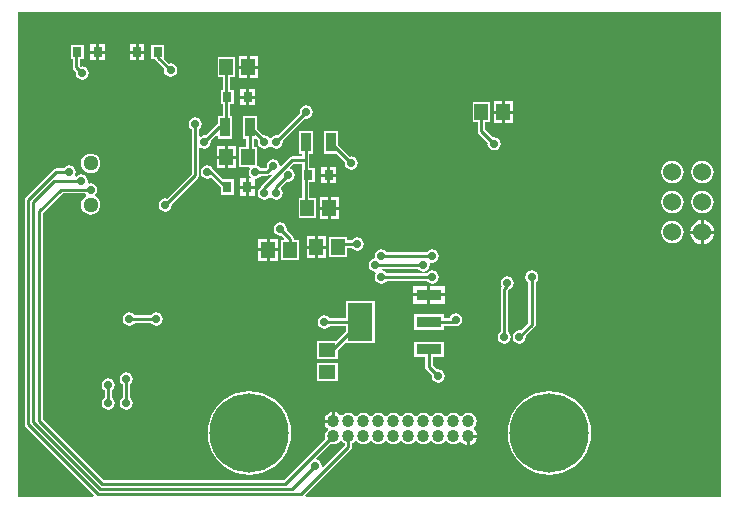
<source format=gbl>
G04 Layer_Physical_Order=2*
G04 Layer_Color=16711680*
%FSLAX24Y24*%
%MOIN*%
G70*
G01*
G75*
%ADD12R,0.0295X0.0354*%
%ADD21C,0.0100*%
%ADD22C,0.0512*%
%ADD23C,0.0406*%
%ADD24C,0.0600*%
%ADD25C,0.0290*%
%ADD26C,0.2640*%
%ADD27R,0.0453X0.0551*%
%ADD28R,0.0315X0.0374*%
%ADD29R,0.0846X0.0374*%
%ADD30R,0.0846X0.1280*%
%ADD31R,0.0335X0.0630*%
%ADD32R,0.0551X0.0453*%
G36*
X10980Y2038D02*
X11005Y2005D01*
X11062Y1962D01*
X11078Y1955D01*
Y1893D01*
X10362Y1177D01*
X10359Y1179D01*
X10318Y1204D01*
X10303Y1284D01*
X10255Y1355D01*
X10184Y1403D01*
X10153Y1409D01*
X10136Y1463D01*
X10613Y1940D01*
X10629Y1934D01*
X10700Y1925D01*
X10771Y1934D01*
X10838Y1962D01*
X10895Y2005D01*
X10920Y2038D01*
X10920Y2039D01*
X10980D01*
X10980Y2038D01*
D02*
G37*
G36*
X23627Y173D02*
X9775D01*
X9754Y223D01*
X11287Y1756D01*
X11313Y1795D01*
X11322Y1842D01*
Y1955D01*
X11338Y1962D01*
X11395Y2005D01*
X11420Y2038D01*
X11420Y2039D01*
X11480D01*
X11480Y2038D01*
X11505Y2005D01*
X11562Y1962D01*
X11629Y1934D01*
X11700Y1925D01*
X11771Y1934D01*
X11838Y1962D01*
X11895Y2005D01*
X11920Y2038D01*
X11920Y2039D01*
X11980D01*
X11980Y2038D01*
X12005Y2005D01*
X12062Y1962D01*
X12129Y1934D01*
X12200Y1925D01*
X12271Y1934D01*
X12338Y1962D01*
X12395Y2005D01*
X12420Y2038D01*
X12420Y2039D01*
X12480D01*
X12480Y2038D01*
X12505Y2005D01*
X12562Y1962D01*
X12629Y1934D01*
X12700Y1925D01*
X12771Y1934D01*
X12838Y1962D01*
X12895Y2005D01*
X12920Y2038D01*
X12920Y2039D01*
X12980D01*
X12980Y2038D01*
X13005Y2005D01*
X13062Y1962D01*
X13129Y1934D01*
X13200Y1925D01*
X13271Y1934D01*
X13338Y1962D01*
X13395Y2005D01*
X13420Y2038D01*
X13420Y2039D01*
X13480D01*
X13480Y2038D01*
X13505Y2005D01*
X13562Y1962D01*
X13629Y1934D01*
X13700Y1925D01*
X13771Y1934D01*
X13838Y1962D01*
X13895Y2005D01*
X13920Y2038D01*
X13920Y2039D01*
X13980D01*
X13980Y2038D01*
X14005Y2005D01*
X14062Y1962D01*
X14129Y1934D01*
X14200Y1925D01*
X14271Y1934D01*
X14338Y1962D01*
X14395Y2005D01*
X14420Y2038D01*
X14420Y2039D01*
X14480D01*
X14480Y2038D01*
X14505Y2005D01*
X14562Y1962D01*
X14629Y1934D01*
X14700Y1925D01*
X14771Y1934D01*
X14838Y1962D01*
X14895Y2005D01*
X14900Y2012D01*
X14963D01*
X14984Y1984D01*
X15047Y1935D01*
X15121Y1905D01*
X15150Y1901D01*
Y2200D01*
X15200D01*
Y2250D01*
X15499D01*
X15495Y2279D01*
X15465Y2353D01*
X15416Y2416D01*
X15388Y2437D01*
Y2500D01*
X15395Y2505D01*
X15438Y2562D01*
X15466Y2629D01*
X15475Y2700D01*
X15466Y2771D01*
X15438Y2838D01*
X15395Y2895D01*
X15338Y2938D01*
X15271Y2966D01*
X15200Y2975D01*
X15129Y2966D01*
X15062Y2938D01*
X15005Y2895D01*
X14980Y2862D01*
X14980Y2861D01*
X14920D01*
X14920Y2862D01*
X14895Y2895D01*
X14838Y2938D01*
X14771Y2966D01*
X14700Y2975D01*
X14629Y2966D01*
X14562Y2938D01*
X14505Y2895D01*
X14480Y2862D01*
X14480Y2861D01*
X14420D01*
X14420Y2862D01*
X14395Y2895D01*
X14338Y2938D01*
X14271Y2966D01*
X14200Y2975D01*
X14129Y2966D01*
X14062Y2938D01*
X14005Y2895D01*
X13980Y2862D01*
X13980Y2861D01*
X13920D01*
X13920Y2862D01*
X13895Y2895D01*
X13838Y2938D01*
X13771Y2966D01*
X13700Y2975D01*
X13629Y2966D01*
X13562Y2938D01*
X13505Y2895D01*
X13480Y2862D01*
X13480Y2861D01*
X13420D01*
X13420Y2862D01*
X13395Y2895D01*
X13338Y2938D01*
X13271Y2966D01*
X13200Y2975D01*
X13129Y2966D01*
X13062Y2938D01*
X13005Y2895D01*
X12980Y2862D01*
X12980Y2861D01*
X12920D01*
X12920Y2862D01*
X12895Y2895D01*
X12838Y2938D01*
X12771Y2966D01*
X12700Y2975D01*
X12629Y2966D01*
X12562Y2938D01*
X12505Y2895D01*
X12480Y2862D01*
X12480Y2861D01*
X12420D01*
X12420Y2862D01*
X12395Y2895D01*
X12338Y2938D01*
X12271Y2966D01*
X12200Y2975D01*
X12129Y2966D01*
X12062Y2938D01*
X12005Y2895D01*
X11980Y2862D01*
X11980Y2861D01*
X11920D01*
X11920Y2862D01*
X11895Y2895D01*
X11838Y2938D01*
X11771Y2966D01*
X11700Y2975D01*
X11629Y2966D01*
X11562Y2938D01*
X11505Y2895D01*
X11480Y2862D01*
X11480Y2861D01*
X11420D01*
X11420Y2862D01*
X11395Y2895D01*
X11338Y2938D01*
X11271Y2966D01*
X11200Y2975D01*
X11129Y2966D01*
X11062Y2938D01*
X11005Y2895D01*
X11000Y2888D01*
X10937D01*
X10916Y2916D01*
X10853Y2965D01*
X10779Y2995D01*
X10750Y2999D01*
Y2700D01*
X10700D01*
Y2650D01*
X10401D01*
X10405Y2621D01*
X10435Y2547D01*
X10484Y2484D01*
X10512Y2463D01*
Y2400D01*
X10505Y2395D01*
X10462Y2338D01*
X10434Y2271D01*
X10425Y2200D01*
X10434Y2129D01*
X10440Y2113D01*
X9049Y722D01*
X3051D01*
X1022Y2751D01*
Y9639D01*
X1671Y10288D01*
X2428D01*
X2453Y10258D01*
X2455Y10255D01*
X2456Y10254D01*
X2461Y10249D01*
X2456Y10201D01*
X2442Y10196D01*
X2374Y10143D01*
X2322Y10075D01*
X2289Y9996D01*
X2278Y9911D01*
X2289Y9826D01*
X2322Y9747D01*
X2374Y9679D01*
X2442Y9626D01*
X2522Y9594D01*
X2607Y9582D01*
X2692Y9594D01*
X2771Y9626D01*
X2839Y9679D01*
X2891Y9747D01*
X2924Y9826D01*
X2935Y9911D01*
X2924Y9996D01*
X2891Y10075D01*
X2839Y10143D01*
X2771Y10196D01*
X2762Y10200D01*
X2757Y10249D01*
X2765Y10255D01*
X2813Y10326D01*
X2829Y10410D01*
X2813Y10494D01*
X2765Y10565D01*
X2694Y10613D01*
X2610Y10629D01*
X2554Y10618D01*
X2511Y10658D01*
X2519Y10700D01*
X2503Y10784D01*
X2455Y10855D01*
X2384Y10903D01*
X2300Y10919D01*
X2216Y10903D01*
X2145Y10855D01*
X2142Y10850D01*
X2119Y10851D01*
X2094Y10903D01*
X2103Y10916D01*
X2119Y11000D01*
X2103Y11084D01*
X2055Y11155D01*
X1984Y11203D01*
X1900Y11219D01*
X1816Y11203D01*
X1745Y11155D01*
X1723Y11122D01*
X1460D01*
X1413Y11113D01*
X1373Y11087D01*
X443Y10157D01*
X417Y10117D01*
X408Y10070D01*
Y2589D01*
X417Y2542D01*
X443Y2503D01*
X2723Y223D01*
X2702Y173D01*
X173D01*
Y16327D01*
X23627D01*
Y173D01*
D02*
G37*
%LPC*%
G36*
X10086Y8876D02*
X9809D01*
Y8550D01*
X10086D01*
Y8876D01*
D02*
G37*
G36*
X8848Y8781D02*
X8572D01*
Y8455D01*
X8848D01*
Y8781D01*
D02*
G37*
G36*
X22950Y8950D02*
X22603D01*
X22610Y8896D01*
X22651Y8798D01*
X22715Y8715D01*
X22798Y8651D01*
X22896Y8610D01*
X22950Y8603D01*
Y8950D01*
D02*
G37*
G36*
X10462Y8876D02*
X10186D01*
Y8550D01*
X10462D01*
Y8876D01*
D02*
G37*
G36*
X8472Y8781D02*
X8195D01*
Y8455D01*
X8472D01*
Y8781D01*
D02*
G37*
G36*
X10462Y8450D02*
X10186D01*
Y8124D01*
X10462D01*
Y8450D01*
D02*
G37*
G36*
X14000Y8419D02*
X13916Y8403D01*
X13845Y8355D01*
X13823Y8322D01*
X12477D01*
X12455Y8355D01*
X12384Y8403D01*
X12300Y8419D01*
X12216Y8403D01*
X12145Y8355D01*
X12097Y8284D01*
X12081Y8200D01*
X12097Y8119D01*
X12016Y8103D01*
X11945Y8055D01*
X11897Y7984D01*
X11881Y7900D01*
X11897Y7816D01*
X11945Y7745D01*
X12016Y7697D01*
X12100Y7681D01*
X12102Y7681D01*
X12132Y7636D01*
X12097Y7584D01*
X12081Y7500D01*
X12097Y7416D01*
X12145Y7345D01*
X12216Y7297D01*
X12300Y7281D01*
X12384Y7297D01*
X12455Y7345D01*
X12477Y7378D01*
X13823D01*
X13845Y7345D01*
X13916Y7297D01*
X14000Y7281D01*
X14084Y7297D01*
X14155Y7345D01*
X14203Y7416D01*
X14219Y7500D01*
X14203Y7584D01*
X14155Y7655D01*
X14084Y7703D01*
X14000Y7719D01*
X13916Y7703D01*
X13845Y7655D01*
X13823Y7622D01*
X12477D01*
X12455Y7655D01*
X12384Y7703D01*
X12340Y7711D01*
X12313Y7768D01*
X12318Y7778D01*
X13523D01*
X13545Y7745D01*
X13616Y7697D01*
X13700Y7681D01*
X13784Y7697D01*
X13855Y7745D01*
X13903Y7816D01*
X13919Y7900D01*
X13910Y7948D01*
X13952Y7990D01*
X14000Y7981D01*
X14084Y7997D01*
X14155Y8045D01*
X14203Y8116D01*
X14219Y8200D01*
X14203Y8284D01*
X14155Y8355D01*
X14084Y8403D01*
X14000Y8419D01*
D02*
G37*
G36*
X10086Y8450D02*
X9809D01*
Y8124D01*
X10086D01*
Y8450D01*
D02*
G37*
G36*
X11161Y8846D02*
X10568D01*
Y8154D01*
X11161D01*
Y8478D01*
X11323D01*
X11345Y8445D01*
X11416Y8397D01*
X11500Y8381D01*
X11584Y8397D01*
X11655Y8445D01*
X11703Y8516D01*
X11719Y8600D01*
X11703Y8684D01*
X11655Y8755D01*
X11584Y8803D01*
X11500Y8819D01*
X11416Y8803D01*
X11345Y8755D01*
X11323Y8722D01*
X11161D01*
Y8846D01*
D02*
G37*
G36*
X23397Y8950D02*
X23050D01*
Y8603D01*
X23104Y8610D01*
X23202Y8651D01*
X23285Y8715D01*
X23349Y8798D01*
X23390Y8896D01*
X23397Y8950D01*
D02*
G37*
G36*
X23000Y10373D02*
X22903Y10360D01*
X22813Y10323D01*
X22736Y10264D01*
X22677Y10187D01*
X22640Y10097D01*
X22627Y10000D01*
X22640Y9903D01*
X22677Y9813D01*
X22736Y9736D01*
X22813Y9677D01*
X22903Y9640D01*
X23000Y9627D01*
X23097Y9640D01*
X23187Y9677D01*
X23264Y9736D01*
X23323Y9813D01*
X23360Y9903D01*
X23373Y10000D01*
X23360Y10097D01*
X23323Y10187D01*
X23264Y10264D01*
X23187Y10323D01*
X23097Y10360D01*
X23000Y10373D01*
D02*
G37*
G36*
X22000D02*
X21903Y10360D01*
X21813Y10323D01*
X21736Y10264D01*
X21677Y10187D01*
X21640Y10097D01*
X21627Y10000D01*
X21640Y9903D01*
X21677Y9813D01*
X21736Y9736D01*
X21813Y9677D01*
X21903Y9640D01*
X22000Y9627D01*
X22097Y9640D01*
X22187Y9677D01*
X22264Y9736D01*
X22323Y9813D01*
X22360Y9903D01*
X22373Y10000D01*
X22360Y10097D01*
X22323Y10187D01*
X22264Y10264D01*
X22187Y10323D01*
X22097Y10360D01*
X22000Y10373D01*
D02*
G37*
G36*
X10891Y10176D02*
X10614D01*
Y9850D01*
X10891D01*
Y10176D01*
D02*
G37*
G36*
X10514D02*
X10238D01*
Y9850D01*
X10514D01*
Y10176D01*
D02*
G37*
G36*
X10891Y9750D02*
X10614D01*
Y9424D01*
X10891D01*
Y9750D01*
D02*
G37*
G36*
X22950Y9397D02*
X22896Y9390D01*
X22798Y9349D01*
X22715Y9285D01*
X22651Y9202D01*
X22610Y9104D01*
X22603Y9050D01*
X22950D01*
Y9397D01*
D02*
G37*
G36*
X22000Y9373D02*
X21903Y9360D01*
X21813Y9323D01*
X21736Y9264D01*
X21677Y9187D01*
X21640Y9097D01*
X21627Y9000D01*
X21640Y8903D01*
X21677Y8813D01*
X21736Y8736D01*
X21813Y8677D01*
X21903Y8640D01*
X22000Y8627D01*
X22097Y8640D01*
X22187Y8677D01*
X22264Y8736D01*
X22323Y8813D01*
X22360Y8903D01*
X22373Y9000D01*
X22360Y9097D01*
X22323Y9187D01*
X22264Y9264D01*
X22187Y9323D01*
X22097Y9360D01*
X22000Y9373D01*
D02*
G37*
G36*
X10514Y9750D02*
X10238D01*
Y9424D01*
X10514D01*
Y9750D01*
D02*
G37*
G36*
X23050Y9397D02*
Y9050D01*
X23397D01*
X23390Y9104D01*
X23349Y9202D01*
X23285Y9285D01*
X23202Y9349D01*
X23104Y9390D01*
X23050Y9397D01*
D02*
G37*
G36*
X14375Y5351D02*
X13389D01*
Y4837D01*
X13760D01*
Y4518D01*
X13769Y4471D01*
X13796Y4431D01*
X13988Y4239D01*
X13981Y4200D01*
X13997Y4116D01*
X14045Y4045D01*
X14116Y3997D01*
X14200Y3981D01*
X14284Y3997D01*
X14355Y4045D01*
X14403Y4116D01*
X14419Y4200D01*
X14403Y4284D01*
X14355Y4355D01*
X14284Y4403D01*
X14200Y4419D01*
X14161Y4412D01*
X14004Y4569D01*
Y4837D01*
X14375D01*
Y5351D01*
D02*
G37*
G36*
X3800Y4319D02*
X3716Y4303D01*
X3645Y4255D01*
X3597Y4184D01*
X3581Y4100D01*
X3597Y4016D01*
X3645Y3945D01*
X3678Y3923D01*
Y3477D01*
X3645Y3455D01*
X3597Y3384D01*
X3581Y3300D01*
X3597Y3216D01*
X3645Y3145D01*
X3716Y3097D01*
X3800Y3081D01*
X3884Y3097D01*
X3955Y3145D01*
X4003Y3216D01*
X4019Y3300D01*
X4003Y3384D01*
X3955Y3455D01*
X3922Y3477D01*
Y3923D01*
X3955Y3945D01*
X4003Y4016D01*
X4019Y4100D01*
X4003Y4184D01*
X3955Y4255D01*
X3884Y4303D01*
X3800Y4319D01*
D02*
G37*
G36*
X10846Y4632D02*
X10154D01*
Y4039D01*
X10846D01*
Y4632D01*
D02*
G37*
G36*
X17315Y7719D02*
X17231Y7703D01*
X17160Y7655D01*
X17112Y7584D01*
X17096Y7500D01*
X17112Y7416D01*
X17160Y7345D01*
X17193Y7323D01*
Y5966D01*
X16939Y5712D01*
X16900Y5719D01*
X16816Y5703D01*
X16745Y5655D01*
X16697Y5584D01*
X16681Y5500D01*
X16697Y5416D01*
X16745Y5345D01*
X16816Y5297D01*
X16900Y5281D01*
X16984Y5297D01*
X17055Y5345D01*
X17103Y5416D01*
X17119Y5500D01*
X17112Y5539D01*
X17401Y5828D01*
X17428Y5868D01*
X17437Y5915D01*
Y7323D01*
X17470Y7345D01*
X17517Y7416D01*
X17534Y7500D01*
X17517Y7584D01*
X17470Y7655D01*
X17399Y7703D01*
X17315Y7719D01*
D02*
G37*
G36*
X16500Y7519D02*
X16416Y7503D01*
X16345Y7455D01*
X16297Y7384D01*
X16281Y7300D01*
X16297Y7216D01*
X16312Y7195D01*
X16287Y7157D01*
X16278Y7111D01*
Y5677D01*
X16245Y5655D01*
X16197Y5584D01*
X16181Y5500D01*
X16197Y5416D01*
X16245Y5345D01*
X16316Y5297D01*
X16400Y5281D01*
X16484Y5297D01*
X16555Y5345D01*
X16603Y5416D01*
X16619Y5500D01*
X16603Y5584D01*
X16555Y5655D01*
X16522Y5677D01*
Y7060D01*
X16554Y7092D01*
X16584Y7097D01*
X16655Y7145D01*
X16703Y7216D01*
X16719Y7300D01*
X16703Y7384D01*
X16655Y7455D01*
X16584Y7503D01*
X16500Y7519D01*
D02*
G37*
G36*
X17900Y3694D02*
X17682Y3677D01*
X17469Y3626D01*
X17267Y3542D01*
X17080Y3428D01*
X16914Y3286D01*
X16772Y3120D01*
X16658Y2933D01*
X16574Y2731D01*
X16523Y2518D01*
X16506Y2300D01*
X16523Y2082D01*
X16574Y1869D01*
X16658Y1667D01*
X16772Y1480D01*
X16914Y1314D01*
X17080Y1172D01*
X17267Y1058D01*
X17469Y974D01*
X17682Y923D01*
X17900Y906D01*
X18118Y923D01*
X18331Y974D01*
X18533Y1058D01*
X18720Y1172D01*
X18886Y1314D01*
X19028Y1480D01*
X19142Y1667D01*
X19226Y1869D01*
X19277Y2082D01*
X19294Y2300D01*
X19277Y2518D01*
X19226Y2731D01*
X19142Y2933D01*
X19028Y3120D01*
X18886Y3286D01*
X18720Y3428D01*
X18533Y3542D01*
X18331Y3626D01*
X18118Y3677D01*
X17900Y3694D01*
D02*
G37*
G36*
X7900D02*
X7682Y3677D01*
X7469Y3626D01*
X7267Y3542D01*
X7080Y3428D01*
X6914Y3286D01*
X6772Y3120D01*
X6658Y2933D01*
X6574Y2731D01*
X6523Y2518D01*
X6506Y2300D01*
X6523Y2082D01*
X6574Y1869D01*
X6658Y1667D01*
X6772Y1480D01*
X6914Y1314D01*
X7080Y1172D01*
X7267Y1058D01*
X7469Y974D01*
X7682Y923D01*
X7900Y906D01*
X8118Y923D01*
X8331Y974D01*
X8533Y1058D01*
X8720Y1172D01*
X8886Y1314D01*
X9028Y1480D01*
X9142Y1667D01*
X9226Y1869D01*
X9277Y2082D01*
X9294Y2300D01*
X9277Y2518D01*
X9226Y2731D01*
X9142Y2933D01*
X9028Y3120D01*
X8886Y3286D01*
X8720Y3428D01*
X8533Y3542D01*
X8331Y3626D01*
X8118Y3677D01*
X7900Y3694D01*
D02*
G37*
G36*
X15499Y2150D02*
X15250D01*
Y1901D01*
X15279Y1905D01*
X15353Y1935D01*
X15416Y1984D01*
X15465Y2047D01*
X15495Y2121D01*
X15499Y2150D01*
D02*
G37*
G36*
X3200Y4119D02*
X3116Y4103D01*
X3045Y4055D01*
X2997Y3984D01*
X2981Y3900D01*
X2997Y3816D01*
X3045Y3745D01*
X3078Y3723D01*
Y3477D01*
X3045Y3455D01*
X2997Y3384D01*
X2981Y3300D01*
X2997Y3216D01*
X3045Y3145D01*
X3116Y3097D01*
X3200Y3081D01*
X3284Y3097D01*
X3355Y3145D01*
X3403Y3216D01*
X3419Y3300D01*
X3403Y3384D01*
X3355Y3455D01*
X3322Y3477D01*
Y3723D01*
X3355Y3745D01*
X3403Y3816D01*
X3419Y3900D01*
X3403Y3984D01*
X3355Y4055D01*
X3284Y4103D01*
X3200Y4119D01*
D02*
G37*
G36*
X10650Y2999D02*
X10621Y2995D01*
X10547Y2965D01*
X10484Y2916D01*
X10435Y2853D01*
X10405Y2779D01*
X10401Y2750D01*
X10650D01*
Y2999D01*
D02*
G37*
G36*
X14405Y7193D02*
X13932D01*
Y6956D01*
X14405D01*
Y7193D01*
D02*
G37*
G36*
X13832D02*
X13359D01*
Y6956D01*
X13832D01*
Y7193D01*
D02*
G37*
G36*
X8472Y8355D02*
X8195D01*
Y8030D01*
X8472D01*
Y8355D01*
D02*
G37*
G36*
X8926Y9319D02*
X8843Y9303D01*
X8771Y9255D01*
X8724Y9184D01*
X8707Y9100D01*
X8724Y9016D01*
X8771Y8945D01*
X8843Y8897D01*
X8926Y8881D01*
X8965Y8888D01*
X9057Y8797D01*
X9037Y8751D01*
X8954D01*
Y8060D01*
X9546D01*
Y8751D01*
X9372D01*
Y8776D01*
X9363Y8823D01*
X9337Y8863D01*
X9138Y9061D01*
X9146Y9100D01*
X9129Y9184D01*
X9081Y9255D01*
X9010Y9303D01*
X8926Y9319D01*
D02*
G37*
G36*
X8848Y8355D02*
X8572D01*
Y8030D01*
X8848D01*
Y8355D01*
D02*
G37*
G36*
X14777Y6296D02*
X14693Y6279D01*
X14622Y6232D01*
X14574Y6161D01*
X14567Y6122D01*
X14375D01*
Y6257D01*
X13389D01*
Y5743D01*
X14375D01*
Y5878D01*
X14688D01*
X14693Y5874D01*
X14777Y5858D01*
X14861Y5874D01*
X14932Y5922D01*
X14979Y5993D01*
X14996Y6077D01*
X14979Y6161D01*
X14932Y6232D01*
X14861Y6279D01*
X14777Y6296D01*
D02*
G37*
G36*
X12092Y6710D02*
X11105D01*
Y6122D01*
X10577D01*
X10555Y6155D01*
X10484Y6203D01*
X10400Y6219D01*
X10316Y6203D01*
X10245Y6155D01*
X10197Y6084D01*
X10181Y6000D01*
X10197Y5916D01*
X10245Y5845D01*
X10316Y5797D01*
X10400Y5781D01*
X10484Y5797D01*
X10555Y5845D01*
X10577Y5878D01*
X11105D01*
Y5680D01*
X10786Y5361D01*
X10154D01*
Y4768D01*
X10846D01*
Y5074D01*
X11075Y5303D01*
X11105Y5290D01*
Y5290D01*
X12092D01*
Y6710D01*
D02*
G37*
G36*
X4800Y6319D02*
X4716Y6303D01*
X4645Y6255D01*
X4623Y6222D01*
X4077D01*
X4055Y6255D01*
X3984Y6303D01*
X3900Y6319D01*
X3816Y6303D01*
X3745Y6255D01*
X3697Y6184D01*
X3681Y6100D01*
X3697Y6016D01*
X3745Y5945D01*
X3816Y5897D01*
X3900Y5881D01*
X3984Y5897D01*
X4055Y5945D01*
X4077Y5978D01*
X4623D01*
X4645Y5945D01*
X4716Y5897D01*
X4800Y5881D01*
X4884Y5897D01*
X4955Y5945D01*
X5003Y6016D01*
X5019Y6100D01*
X5003Y6184D01*
X4955Y6255D01*
X4884Y6303D01*
X4800Y6319D01*
D02*
G37*
G36*
X14405Y6856D02*
X13932D01*
Y6618D01*
X14405D01*
Y6856D01*
D02*
G37*
G36*
X13832D02*
X13359D01*
Y6618D01*
X13832D01*
Y6856D01*
D02*
G37*
G36*
X2373Y15247D02*
X1938D01*
Y14753D01*
X2013D01*
Y14494D01*
X2023Y14447D01*
X2049Y14408D01*
X2118Y14339D01*
X2111Y14300D01*
X2127Y14216D01*
X2175Y14145D01*
X2246Y14097D01*
X2330Y14081D01*
X2414Y14097D01*
X2485Y14145D01*
X2532Y14216D01*
X2549Y14300D01*
X2532Y14384D01*
X2485Y14455D01*
X2414Y14503D01*
X2330Y14519D01*
X2295Y14512D01*
X2258Y14545D01*
Y14753D01*
X2373D01*
Y15247D01*
D02*
G37*
G36*
X8092Y13777D02*
X7894D01*
Y13550D01*
X8092D01*
Y13777D01*
D02*
G37*
G36*
X7814Y14450D02*
X7538D01*
Y14124D01*
X7814D01*
Y14450D01*
D02*
G37*
G36*
X5062Y15247D02*
X4627D01*
Y14753D01*
X4755D01*
X4778Y14719D01*
X5059Y14439D01*
X5051Y14400D01*
X5068Y14316D01*
X5115Y14245D01*
X5186Y14197D01*
X5270Y14181D01*
X5354Y14197D01*
X5425Y14245D01*
X5473Y14316D01*
X5489Y14400D01*
X5473Y14484D01*
X5425Y14555D01*
X5354Y14603D01*
X5270Y14619D01*
X5232Y14612D01*
X5062Y14781D01*
Y15247D01*
D02*
G37*
G36*
X8191Y14450D02*
X7914D01*
Y14124D01*
X8191D01*
Y14450D01*
D02*
G37*
G36*
X16691Y13376D02*
X16414D01*
Y13050D01*
X16691D01*
Y13376D01*
D02*
G37*
G36*
X16314D02*
X16038D01*
Y13050D01*
X16314D01*
Y13376D01*
D02*
G37*
G36*
X7794Y13450D02*
X7597D01*
Y13223D01*
X7794D01*
Y13450D01*
D02*
G37*
G36*
Y13777D02*
X7597D01*
Y13550D01*
X7794D01*
Y13777D01*
D02*
G37*
G36*
X8092Y13450D02*
X7894D01*
Y13223D01*
X8092D01*
Y13450D01*
D02*
G37*
G36*
X4106Y15277D02*
X3908D01*
Y15050D01*
X4106D01*
Y15277D01*
D02*
G37*
G36*
X4403Y14950D02*
X4206D01*
Y14723D01*
X4403D01*
Y14950D01*
D02*
G37*
G36*
X2794Y15277D02*
X2597D01*
Y15050D01*
X2794D01*
Y15277D01*
D02*
G37*
G36*
X4403D02*
X4206D01*
Y15050D01*
X4403D01*
Y15277D01*
D02*
G37*
G36*
X3092D02*
X2894D01*
Y15050D01*
X3092D01*
Y15277D01*
D02*
G37*
G36*
X8191Y14876D02*
X7914D01*
Y14550D01*
X8191D01*
Y14876D01*
D02*
G37*
G36*
X7814D02*
X7538D01*
Y14550D01*
X7814D01*
Y14876D01*
D02*
G37*
G36*
X2794Y14950D02*
X2597D01*
Y14723D01*
X2794D01*
Y14950D01*
D02*
G37*
G36*
X4106D02*
X3908D01*
Y14723D01*
X4106D01*
Y14950D01*
D02*
G37*
G36*
X3092D02*
X2894D01*
Y14723D01*
X3092D01*
Y14950D01*
D02*
G37*
G36*
X16691Y12950D02*
X16414D01*
Y12624D01*
X16691D01*
Y12950D01*
D02*
G37*
G36*
X22000Y11373D02*
X21903Y11360D01*
X21813Y11323D01*
X21736Y11264D01*
X21677Y11187D01*
X21640Y11097D01*
X21627Y11000D01*
X21640Y10903D01*
X21677Y10813D01*
X21736Y10736D01*
X21813Y10677D01*
X21903Y10640D01*
X22000Y10627D01*
X22097Y10640D01*
X22187Y10677D01*
X22264Y10736D01*
X22323Y10813D01*
X22360Y10903D01*
X22373Y11000D01*
X22360Y11097D01*
X22323Y11187D01*
X22264Y11264D01*
X22187Y11323D01*
X22097Y11360D01*
X22000Y11373D01*
D02*
G37*
G36*
X10792Y10850D02*
X10594D01*
Y10623D01*
X10792D01*
Y10850D01*
D02*
G37*
G36*
X23000Y11373D02*
X22903Y11360D01*
X22813Y11323D01*
X22736Y11264D01*
X22677Y11187D01*
X22640Y11097D01*
X22627Y11000D01*
X22640Y10903D01*
X22677Y10813D01*
X22736Y10736D01*
X22813Y10677D01*
X22903Y10640D01*
X23000Y10627D01*
X23097Y10640D01*
X23187Y10677D01*
X23264Y10736D01*
X23323Y10813D01*
X23360Y10903D01*
X23373Y11000D01*
X23360Y11097D01*
X23323Y11187D01*
X23264Y11264D01*
X23187Y11323D01*
X23097Y11360D01*
X23000Y11373D01*
D02*
G37*
G36*
X10792Y11177D02*
X10594D01*
Y10950D01*
X10792D01*
Y11177D01*
D02*
G37*
G36*
X10494D02*
X10297D01*
Y10950D01*
X10494D01*
Y11177D01*
D02*
G37*
G36*
X8092Y10450D02*
X7885D01*
Y10213D01*
X8092D01*
Y10450D01*
D02*
G37*
G36*
X7785D02*
X7577D01*
Y10213D01*
X7785D01*
Y10450D01*
D02*
G37*
G36*
X6500Y11219D02*
X6416Y11203D01*
X6345Y11155D01*
X6297Y11084D01*
X6281Y11000D01*
X6297Y10916D01*
X6345Y10845D01*
X6416Y10797D01*
X6500Y10781D01*
X6584Y10797D01*
X6611Y10816D01*
X6938Y10489D01*
Y10243D01*
X7393D01*
Y10757D01*
X7016D01*
X6706Y11067D01*
X6703Y11084D01*
X6655Y11155D01*
X6584Y11203D01*
X6500Y11219D01*
D02*
G37*
G36*
X10494Y10850D02*
X10297D01*
Y10623D01*
X10494D01*
Y10850D01*
D02*
G37*
G36*
X7785Y10787D02*
X7577D01*
Y10550D01*
X7785D01*
Y10787D01*
D02*
G37*
G36*
X15932Y13346D02*
X15339D01*
Y12654D01*
X15513D01*
Y12364D01*
X15523Y12317D01*
X15549Y12278D01*
X15844Y11983D01*
X15836Y11945D01*
X15853Y11861D01*
X15900Y11790D01*
X15971Y11742D01*
X16055Y11726D01*
X16139Y11742D01*
X16210Y11790D01*
X16258Y11861D01*
X16274Y11945D01*
X16258Y12029D01*
X16210Y12100D01*
X16139Y12147D01*
X16055Y12164D01*
X16017Y12156D01*
X15758Y12415D01*
Y12654D01*
X15932D01*
Y13346D01*
D02*
G37*
G36*
X7462Y11876D02*
X7186D01*
Y11550D01*
X7462D01*
Y11876D01*
D02*
G37*
G36*
X7432Y14846D02*
X6839D01*
Y14154D01*
X7013D01*
Y13747D01*
X6938D01*
Y13253D01*
X7013D01*
Y12885D01*
X6839D01*
Y12604D01*
X6813Y12587D01*
X6439Y12212D01*
X6400Y12219D01*
X6316Y12203D01*
X6272Y12173D01*
X6222Y12200D01*
Y12423D01*
X6255Y12445D01*
X6303Y12516D01*
X6319Y12600D01*
X6303Y12684D01*
X6255Y12755D01*
X6184Y12803D01*
X6100Y12819D01*
X6016Y12803D01*
X5945Y12755D01*
X5897Y12684D01*
X5881Y12600D01*
X5897Y12516D01*
X5945Y12445D01*
X5978Y12423D01*
Y10951D01*
X5139Y10112D01*
X5100Y10119D01*
X5016Y10103D01*
X4945Y10055D01*
X4897Y9984D01*
X4881Y9900D01*
X4897Y9816D01*
X4945Y9745D01*
X5016Y9697D01*
X5100Y9681D01*
X5184Y9697D01*
X5255Y9745D01*
X5303Y9816D01*
X5319Y9900D01*
X5312Y9939D01*
X6187Y10813D01*
X6213Y10853D01*
X6222Y10900D01*
Y11800D01*
X6272Y11827D01*
X6316Y11797D01*
X6400Y11781D01*
X6484Y11797D01*
X6555Y11845D01*
X6603Y11916D01*
X6619Y12000D01*
X6612Y12039D01*
X6793Y12220D01*
X6839Y12201D01*
Y12115D01*
X7314D01*
Y12885D01*
X7258D01*
Y13253D01*
X7373D01*
Y13747D01*
X7258D01*
Y14154D01*
X7432D01*
Y14846D01*
D02*
G37*
G36*
X16314Y12950D02*
X16038D01*
Y12624D01*
X16314D01*
Y12950D01*
D02*
G37*
G36*
X9800Y13219D02*
X9716Y13203D01*
X9645Y13155D01*
X9597Y13084D01*
X9581Y13000D01*
X9588Y12961D01*
X8839Y12212D01*
X8800Y12219D01*
X8716Y12203D01*
X8645Y12155D01*
X8625Y12125D01*
X8575D01*
X8555Y12155D01*
X8484Y12203D01*
X8400Y12219D01*
X8381Y12215D01*
X8161Y12436D01*
Y12885D01*
X7686D01*
Y12115D01*
X7801D01*
Y11846D01*
X7568D01*
Y11154D01*
X7892D01*
X7915Y11110D01*
X7897Y11084D01*
X7881Y11000D01*
X7897Y10916D01*
X7945Y10845D01*
X7957Y10837D01*
X7942Y10787D01*
X7885D01*
Y10550D01*
X8092D01*
X8092Y10774D01*
X8100Y10781D01*
X8118Y10784D01*
X8184Y10797D01*
X8255Y10845D01*
X8277Y10878D01*
X8500D01*
X8547Y10887D01*
X8587Y10913D01*
X8626Y10953D01*
X8633Y10952D01*
X8649Y10896D01*
X8313Y10561D01*
X8287Y10522D01*
X8278Y10477D01*
X8245Y10455D01*
X8197Y10384D01*
X8181Y10300D01*
X8197Y10216D01*
X8245Y10145D01*
X8316Y10097D01*
X8400Y10081D01*
X8484Y10097D01*
X8555Y10145D01*
X8575Y10175D01*
X8625D01*
X8645Y10145D01*
X8716Y10097D01*
X8800Y10081D01*
X8884Y10097D01*
X8955Y10145D01*
X9003Y10216D01*
X9019Y10300D01*
X9003Y10384D01*
X8955Y10455D01*
X8953Y10480D01*
X9161Y10688D01*
X9200Y10681D01*
X9284Y10697D01*
X9355Y10745D01*
X9403Y10816D01*
X9419Y10900D01*
X9403Y10984D01*
X9355Y11055D01*
X9284Y11103D01*
X9267Y11106D01*
X9252Y11154D01*
X9376Y11278D01*
X9654D01*
Y11147D01*
X9638D01*
Y10653D01*
X9654D01*
Y10146D01*
X9539D01*
Y9454D01*
X10132D01*
Y10146D01*
X9899D01*
Y10653D01*
X10073D01*
Y11147D01*
X9899D01*
Y11615D01*
X10014D01*
Y12385D01*
X9539D01*
Y11615D01*
X9654D01*
Y11522D01*
X9325D01*
X9278Y11513D01*
X9239Y11487D01*
X8967Y11215D01*
X8913Y11231D01*
X8903Y11284D01*
X8855Y11355D01*
X8784Y11403D01*
X8700Y11419D01*
X8616Y11403D01*
X8545Y11355D01*
X8497Y11284D01*
X8481Y11200D01*
X8488Y11161D01*
X8449Y11122D01*
X8277D01*
X8255Y11155D01*
X8184Y11203D01*
X8161Y11207D01*
Y11846D01*
X8046D01*
Y12115D01*
X8135D01*
X8192Y12058D01*
X8181Y12000D01*
X8197Y11916D01*
X8245Y11845D01*
X8316Y11797D01*
X8400Y11781D01*
X8484Y11797D01*
X8555Y11845D01*
X8575Y11875D01*
X8625D01*
X8645Y11845D01*
X8716Y11797D01*
X8800Y11781D01*
X8884Y11797D01*
X8955Y11845D01*
X9003Y11916D01*
X9019Y12000D01*
X9012Y12039D01*
X9761Y12788D01*
X9800Y12781D01*
X9884Y12797D01*
X9955Y12845D01*
X10003Y12916D01*
X10019Y13000D01*
X10003Y13084D01*
X9955Y13155D01*
X9884Y13203D01*
X9800Y13219D01*
D02*
G37*
G36*
X10861Y12385D02*
X10386D01*
Y11615D01*
X10812D01*
X11088Y11339D01*
X11081Y11300D01*
X11097Y11216D01*
X11145Y11145D01*
X11216Y11097D01*
X11300Y11081D01*
X11384Y11097D01*
X11455Y11145D01*
X11503Y11216D01*
X11519Y11300D01*
X11503Y11384D01*
X11455Y11455D01*
X11384Y11503D01*
X11300Y11519D01*
X11261Y11512D01*
X10861Y11912D01*
Y12385D01*
D02*
G37*
G36*
X2607Y11618D02*
X2522Y11606D01*
X2442Y11574D01*
X2374Y11521D01*
X2322Y11453D01*
X2289Y11374D01*
X2278Y11289D01*
X2289Y11204D01*
X2322Y11125D01*
X2374Y11057D01*
X2442Y11004D01*
X2522Y10971D01*
X2607Y10960D01*
X2692Y10971D01*
X2771Y11004D01*
X2839Y11057D01*
X2891Y11125D01*
X2924Y11204D01*
X2935Y11289D01*
X2924Y11374D01*
X2891Y11453D01*
X2839Y11521D01*
X2771Y11574D01*
X2692Y11606D01*
X2607Y11618D01*
D02*
G37*
G36*
X7086Y11450D02*
X6809D01*
Y11124D01*
X7086D01*
Y11450D01*
D02*
G37*
G36*
Y11876D02*
X6809D01*
Y11550D01*
X7086D01*
Y11876D01*
D02*
G37*
G36*
X7462Y11450D02*
X7186D01*
Y11124D01*
X7462D01*
Y11450D01*
D02*
G37*
%LPD*%
D12*
X2844Y15000D02*
D03*
X2156D02*
D03*
X4156D02*
D03*
X4844D02*
D03*
X10544Y10900D02*
D03*
X9856D02*
D03*
X7844Y13500D02*
D03*
X7156D02*
D03*
D21*
X6100Y10900D02*
Y12600D01*
X5100Y9900D02*
X6100Y10900D01*
X6500Y11000D02*
X6600D01*
X6400Y12000D02*
X6900Y12500D01*
X3800Y3300D02*
Y4100D01*
X9250Y8405D02*
Y8776D01*
X8926Y9100D02*
X9250Y8776D01*
X530Y2589D02*
X2859Y260D01*
X700Y2660D02*
X2930Y430D01*
X9100Y600D02*
X10700Y2200D01*
X3000Y600D02*
X9100D01*
X900Y2700D02*
X3000Y600D01*
X2136Y14494D02*
X2330Y14300D01*
X2136Y14494D02*
Y15000D01*
X4864Y14806D02*
Y15000D01*
Y14806D02*
X5270Y14400D01*
X8800Y12000D02*
X9800Y13000D01*
X6600Y11000D02*
X7077Y10523D01*
X13882Y4518D02*
Y5094D01*
X9777Y10900D02*
X9836D01*
X9777Y9859D02*
Y10900D01*
X13882Y4518D02*
X14200Y4200D01*
X10400Y6000D02*
X11599D01*
X16400Y5500D02*
Y7111D01*
X16500Y7211D01*
Y7300D01*
X13882Y6000D02*
X14700D01*
X14777Y6077D01*
X10623Y11977D02*
X11300Y11300D01*
X10623Y11977D02*
Y12000D01*
X10964Y8600D02*
X11500D01*
X10864Y8500D02*
X10964Y8600D01*
X10663Y5064D02*
X11599Y6000D01*
X10500Y5064D02*
X10663D01*
X15636Y12364D02*
X16055Y11945D01*
X15636Y12364D02*
Y13000D01*
X7077Y12500D02*
X7136Y12559D01*
Y13500D01*
Y14500D01*
X7923Y11559D02*
Y12500D01*
X7864Y11500D02*
X7923Y11559D01*
X7077Y10500D02*
Y10523D01*
X6900Y12500D02*
X7077D01*
X7923D02*
X8400Y12023D01*
Y12000D02*
Y12023D01*
X9777Y10900D02*
Y11400D01*
Y12000D01*
X700Y2660D02*
Y10000D01*
X530Y2589D02*
Y10070D01*
X12100Y7900D02*
X13700D01*
X12300Y8200D02*
X14000D01*
X12300Y7500D02*
X14000D01*
X8500Y11000D02*
X8700Y11200D01*
X8100Y11000D02*
X8500D01*
X8400Y10300D02*
Y10475D01*
X9325Y11400D01*
X9777D01*
X8800Y10500D02*
X9200Y10900D01*
X8800Y10300D02*
Y10500D01*
X530Y10070D02*
X1460Y11000D01*
X1900D01*
X900Y2700D02*
Y9690D01*
X700Y10000D02*
X1400Y10700D01*
X900Y9690D02*
X1620Y10410D01*
X2610D01*
X1400Y10700D02*
X2300D01*
X3900Y6100D02*
X4800D01*
X3200Y3300D02*
Y3900D01*
X11200Y1842D02*
Y2200D01*
X2859Y260D02*
X9618D01*
X11200Y1842D01*
X2930Y430D02*
X9330D01*
X10100Y1200D01*
X16900Y5500D02*
X17315Y5915D01*
Y7500D01*
D22*
X2607Y9911D02*
D03*
Y11289D02*
D03*
D23*
X14700Y2200D02*
D03*
X14200D02*
D03*
X13700D02*
D03*
X13200D02*
D03*
X12700D02*
D03*
X11700D02*
D03*
X12200D02*
D03*
X11200D02*
D03*
X10700D02*
D03*
Y2700D02*
D03*
X11200D02*
D03*
X11700D02*
D03*
X12200D02*
D03*
X12700D02*
D03*
X13200D02*
D03*
X13700D02*
D03*
X14200D02*
D03*
X14700D02*
D03*
X15200D02*
D03*
Y2200D02*
D03*
D24*
X22000Y9000D02*
D03*
Y10000D02*
D03*
Y11000D02*
D03*
X23000Y9000D02*
D03*
Y10000D02*
D03*
Y11000D02*
D03*
D25*
X6500Y11400D02*
D03*
Y11000D02*
D03*
X6400Y12000D02*
D03*
X3800Y3300D02*
D03*
X8926Y9100D02*
D03*
X5270Y14400D02*
D03*
X2330Y14300D02*
D03*
X5700Y12300D02*
D03*
X8800Y12000D02*
D03*
X5100Y9900D02*
D03*
X8100Y7700D02*
D03*
X9800Y13000D02*
D03*
X8800Y13400D02*
D03*
X2028Y3268D02*
D03*
X4736Y1936D02*
D03*
X4170Y9970D02*
D03*
X4500Y6600D02*
D03*
X16900Y5500D02*
D03*
X14200Y4200D02*
D03*
X6500Y9320D02*
D03*
X3900Y6100D02*
D03*
X10400Y6000D02*
D03*
X15400Y10200D02*
D03*
X18600Y10185D02*
D03*
X16400Y12100D02*
D03*
X17600Y8900D02*
D03*
X16400Y5500D02*
D03*
X16500Y7300D02*
D03*
X14777Y6077D02*
D03*
X11300Y11300D02*
D03*
X9220Y11880D02*
D03*
X11500Y8600D02*
D03*
X9217Y9517D02*
D03*
X16055Y11945D02*
D03*
X6100Y12600D02*
D03*
X8400Y12000D02*
D03*
X2100Y2000D02*
D03*
X14000Y8200D02*
D03*
X13700Y7900D02*
D03*
X14000Y7500D02*
D03*
X12100Y7900D02*
D03*
X12300Y8200D02*
D03*
Y7500D02*
D03*
X9200Y10900D02*
D03*
X8700Y11200D02*
D03*
X8100Y11000D02*
D03*
X6500Y10116D02*
D03*
X8400Y10300D02*
D03*
X8800D02*
D03*
X1900Y11000D02*
D03*
X2610Y10410D02*
D03*
X2300Y10700D02*
D03*
X4800Y6100D02*
D03*
X3800Y4100D02*
D03*
X2900Y4200D02*
D03*
X3200Y3900D02*
D03*
Y3300D02*
D03*
X10100Y1200D02*
D03*
X17315Y7500D02*
D03*
D26*
X7900Y2300D02*
D03*
X17900D02*
D03*
D27*
X10136Y8500D02*
D03*
X10864D02*
D03*
X7864Y14500D02*
D03*
X7136D02*
D03*
X10564Y9800D02*
D03*
X9836D02*
D03*
X7864Y11500D02*
D03*
X7136D02*
D03*
X8522Y8405D02*
D03*
X9250D02*
D03*
X16364Y13000D02*
D03*
X15636D02*
D03*
D28*
X7835Y10500D02*
D03*
X7165D02*
D03*
D29*
X13882Y6000D02*
D03*
Y5094D02*
D03*
Y6906D02*
D03*
D30*
X11599Y6000D02*
D03*
D31*
X10623Y12000D02*
D03*
X9777D02*
D03*
X7923Y12500D02*
D03*
X7077D02*
D03*
D32*
X10500Y4336D02*
D03*
Y5064D02*
D03*
M02*

</source>
